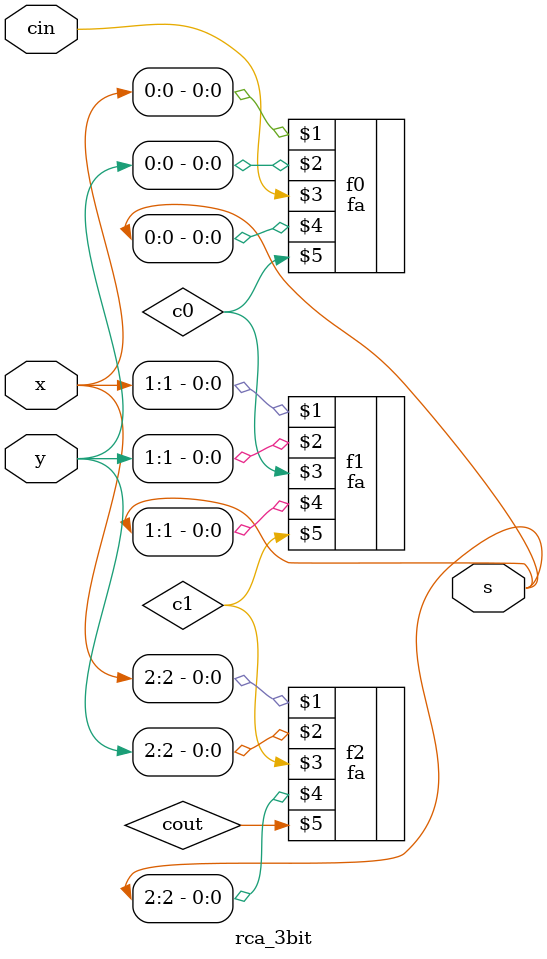
<source format=v>
`timescale 1ns / 1ps


module rca_3bit(input [2:0]x,y, input cin, output [2:0]s);
wire c0,c1,cout;
fa f0 (x[0],y[0],cin,s[0],c0);
fa f1 (x[1],y[1],c0,s[1],c1);
fa f2 (x[2],y[2],c1,s[2],cout);
endmodule

</source>
